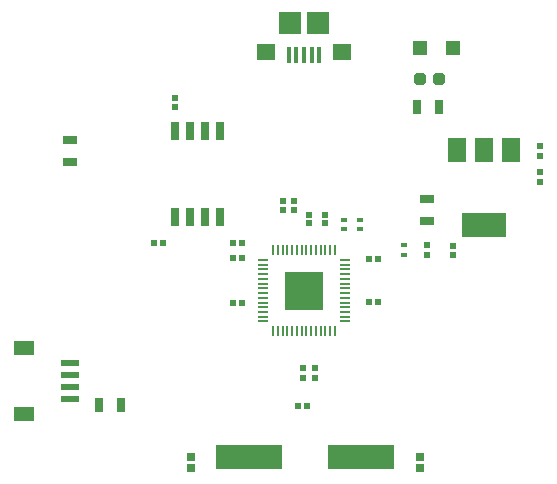
<source format=gtp>
G04*
G04 #@! TF.GenerationSoftware,Altium Limited,Altium Designer,24.1.2 (44)*
G04*
G04 Layer_Color=8421504*
%FSLAX25Y25*%
%MOIN*%
G70*
G04*
G04 #@! TF.SameCoordinates,2136B1BB-B4C1-48CA-BFD9-A79611692F62*
G04*
G04*
G04 #@! TF.FilePolarity,Positive*
G04*
G01*
G75*
%ADD16R,0.02126X0.02284*%
%ADD17R,0.02284X0.02126*%
%ADD18R,0.02756X0.05118*%
%ADD19R,0.22047X0.08268*%
%ADD20R,0.02648X0.02816*%
%ADD21R,0.02029X0.01860*%
%ADD22R,0.01860X0.02029*%
%ADD23R,0.01968X0.01575*%
%ADD24R,0.14961X0.07874*%
%ADD25R,0.05906X0.07874*%
G04:AMPARAMS|DCode=26|XSize=40mil|YSize=40mil|CornerRadius=10mil|HoleSize=0mil|Usage=FLASHONLY|Rotation=90.000|XOffset=0mil|YOffset=0mil|HoleType=Round|Shape=RoundedRectangle|*
%AMROUNDEDRECTD26*
21,1,0.04000,0.02000,0,0,90.0*
21,1,0.02000,0.04000,0,0,90.0*
1,1,0.02000,0.01000,0.01000*
1,1,0.02000,0.01000,-0.01000*
1,1,0.02000,-0.01000,-0.01000*
1,1,0.02000,-0.01000,0.01000*
%
%ADD26ROUNDEDRECTD26*%
%ADD27R,0.12598X0.12598*%
%ADD28O,0.00787X0.03445*%
%ADD29O,0.03445X0.00787*%
%ADD30R,0.02165X0.02362*%
%ADD31R,0.05118X0.02756*%
%ADD32R,0.04724X0.04724*%
%ADD33R,0.01575X0.05315*%
%ADD34R,0.06299X0.05512*%
%ADD35R,0.07480X0.07480*%
%ADD36R,0.02559X0.06102*%
%ADD37R,0.07087X0.04724*%
%ADD38R,0.06102X0.02362*%
D16*
X55500Y156165D02*
D03*
Y159235D02*
D03*
X91300Y121965D02*
D03*
Y125035D02*
D03*
X102100Y66065D02*
D03*
Y69135D02*
D03*
X98000Y66065D02*
D03*
Y69135D02*
D03*
X95200Y125035D02*
D03*
Y121965D02*
D03*
D17*
X77835Y105800D02*
D03*
X74765D02*
D03*
Y91000D02*
D03*
X77835D02*
D03*
X123235Y91100D02*
D03*
X120165D02*
D03*
X123135Y105400D02*
D03*
X120065D02*
D03*
D18*
X30060Y56900D02*
D03*
X37540D02*
D03*
X135960Y156100D02*
D03*
X143440D02*
D03*
D19*
X117526Y39670D02*
D03*
X80124D02*
D03*
D20*
X137200Y39584D02*
D03*
Y35816D02*
D03*
X60700Y35916D02*
D03*
Y39684D02*
D03*
D21*
X99390Y56400D02*
D03*
X96410D02*
D03*
X51290Y111000D02*
D03*
X48310D02*
D03*
X77790Y110900D02*
D03*
X74810D02*
D03*
D22*
X100200Y120390D02*
D03*
Y117410D02*
D03*
X105500Y120390D02*
D03*
Y117410D02*
D03*
X148100Y107010D02*
D03*
Y109990D02*
D03*
D23*
X111900Y115525D02*
D03*
Y118675D02*
D03*
X117000Y115525D02*
D03*
Y118675D02*
D03*
X131900Y106925D02*
D03*
Y110075D02*
D03*
D24*
X158400Y116998D02*
D03*
D25*
X149345Y141802D02*
D03*
X158400D02*
D03*
X167455D02*
D03*
D26*
X137100Y165400D02*
D03*
X143400D02*
D03*
D27*
X98425Y95000D02*
D03*
D28*
X88189Y108534D02*
D03*
X89764D02*
D03*
X91339D02*
D03*
X92913D02*
D03*
X94488D02*
D03*
X96063D02*
D03*
X97638D02*
D03*
X99213D02*
D03*
X100787D02*
D03*
X102362D02*
D03*
X103937D02*
D03*
X105512D02*
D03*
X107087D02*
D03*
X108661D02*
D03*
Y81467D02*
D03*
X107087D02*
D03*
X105512D02*
D03*
X103937D02*
D03*
X102362D02*
D03*
X100787D02*
D03*
X99213D02*
D03*
X97638D02*
D03*
X96063D02*
D03*
X94488D02*
D03*
X92913D02*
D03*
X91339D02*
D03*
X89764D02*
D03*
X88189D02*
D03*
D29*
X111959Y105236D02*
D03*
Y103661D02*
D03*
Y102087D02*
D03*
Y100512D02*
D03*
Y98937D02*
D03*
Y97362D02*
D03*
Y95787D02*
D03*
Y94213D02*
D03*
Y92638D02*
D03*
Y91063D02*
D03*
Y89488D02*
D03*
Y87913D02*
D03*
Y86339D02*
D03*
Y84764D02*
D03*
X84892D02*
D03*
Y86339D02*
D03*
Y87913D02*
D03*
Y89488D02*
D03*
Y91063D02*
D03*
Y92638D02*
D03*
Y94213D02*
D03*
Y95787D02*
D03*
Y97362D02*
D03*
Y98937D02*
D03*
Y100512D02*
D03*
Y102087D02*
D03*
Y103661D02*
D03*
Y105236D02*
D03*
D30*
X177200Y131327D02*
D03*
Y134673D02*
D03*
Y140027D02*
D03*
Y143373D02*
D03*
X139400Y106927D02*
D03*
Y110273D02*
D03*
D31*
X139500Y125640D02*
D03*
Y118160D02*
D03*
X20400Y145240D02*
D03*
Y137760D02*
D03*
D32*
X137188Y175800D02*
D03*
X148212D02*
D03*
D33*
X103543Y173701D02*
D03*
X100984D02*
D03*
X98425D02*
D03*
X95866D02*
D03*
X93307D02*
D03*
D34*
X111024Y174587D02*
D03*
X85827D02*
D03*
D35*
X103150Y184232D02*
D03*
X93701D02*
D03*
D36*
X55500Y119431D02*
D03*
X60500D02*
D03*
X65500D02*
D03*
X70500D02*
D03*
Y148369D02*
D03*
X65500D02*
D03*
X60500D02*
D03*
X55500D02*
D03*
D37*
X5063Y53937D02*
D03*
Y75984D02*
D03*
D38*
X20319Y59055D02*
D03*
Y62992D02*
D03*
Y66929D02*
D03*
Y70866D02*
D03*
M02*

</source>
